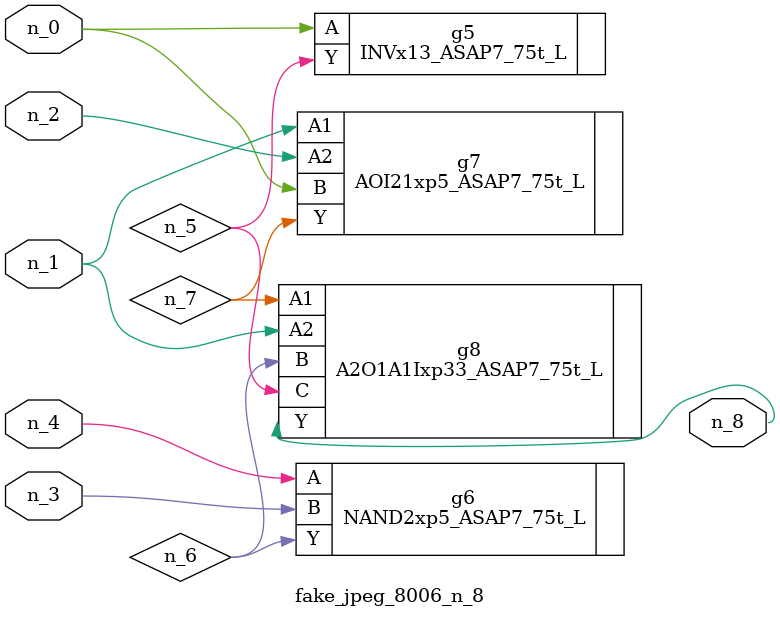
<source format=v>
module fake_jpeg_8006_n_8 (n_3, n_2, n_1, n_0, n_4, n_8);

input n_3;
input n_2;
input n_1;
input n_0;
input n_4;

output n_8;

wire n_6;
wire n_5;
wire n_7;

INVx13_ASAP7_75t_L g5 ( 
.A(n_0),
.Y(n_5)
);

NAND2xp5_ASAP7_75t_L g6 ( 
.A(n_4),
.B(n_3),
.Y(n_6)
);

AOI21xp5_ASAP7_75t_L g7 ( 
.A1(n_1),
.A2(n_2),
.B(n_0),
.Y(n_7)
);

A2O1A1Ixp33_ASAP7_75t_L g8 ( 
.A1(n_7),
.A2(n_1),
.B(n_6),
.C(n_5),
.Y(n_8)
);


endmodule
</source>
